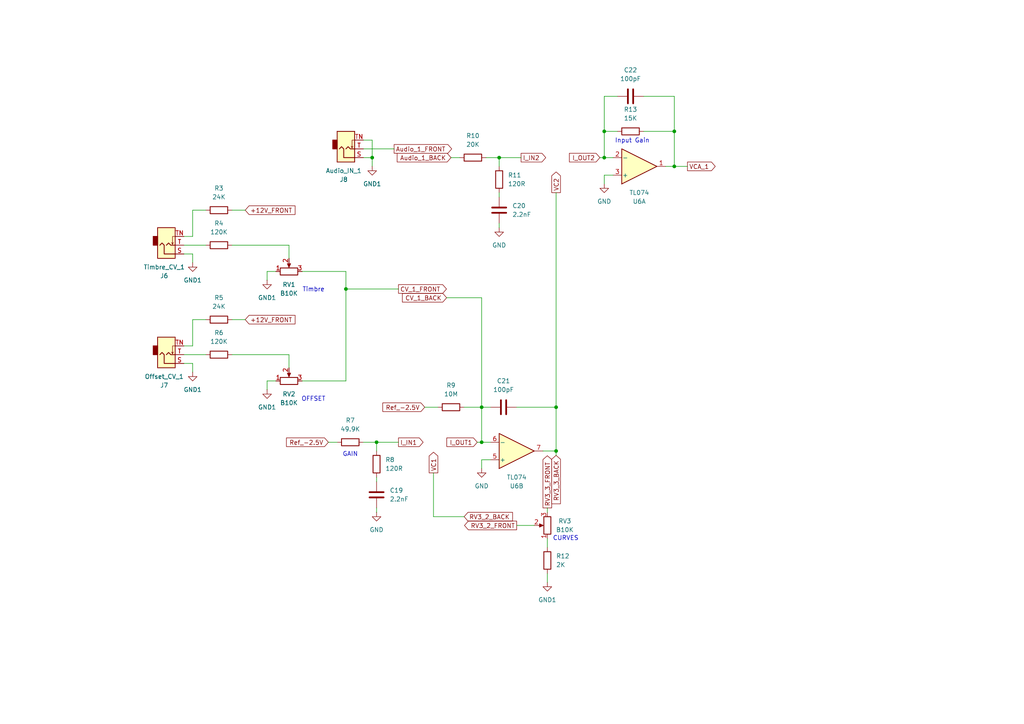
<source format=kicad_sch>
(kicad_sch (version 20231120) (generator "eeschema") (generator_version "8.0")
  (paper "A4")
  (title_block (title "Dual Timbre VCA Section") (date "2025-05-01") (rev "1.0") (company "StudioKAT"))
  (lib_symbols
    (symbol "Amplifier_Operational:TL074" (pin_names (offset 0.127))
      (property "Reference" "U" (at 0 5.08 0))
      (property "Value" "TL074" (at 0 -5.08 0))
      (symbol "TL074_1_1"
        (polyline (pts (xy -5.08 5.08) (xy 5.08 0) (xy -5.08 -5.08) (xy -5.08 5.08)) (stroke (width 0.254)) (fill (type background)))
        (pin output line (at 7.62 0 180) (length 2.54) (name "~") (number "1"))
        (pin input line (at -7.62 -2.54 0) (length 2.54) (name "-") (number "2"))
        (pin input line (at -7.62 2.54 0) (length 2.54) (name "+") (number "3"))
      )
      (symbol "TL074_2_1"
        (polyline (pts (xy -5.08 5.08) (xy 5.08 0) (xy -5.08 -5.08) (xy -5.08 5.08)) (stroke (width 0.254)) (fill (type background)))
        (pin input line (at -7.62 2.54 0) (length 2.54) (name "+") (number "5"))
        (pin input line (at -7.62 -2.54 0) (length 2.54) (name "-") (number "6"))
        (pin output line (at 7.62 0 180) (length 2.54) (name "~") (number "7"))
      )
      (symbol "TL074_3_1"
        (polyline (pts (xy -5.08 5.08) (xy 5.08 0) (xy -5.08 -5.08) (xy -5.08 5.08)) (stroke (width 0.254)) (fill (type background)))
        (pin input line (at -7.62 2.54 0) (length 2.54) (name "+") (number "10"))
        (pin output line (at 7.62 0 180) (length 2.54) (name "~") (number "8"))
        (pin input line (at -7.62 -2.54 0) (length 2.54) (name "-") (number "9"))
      )
      (symbol "TL074_4_1"
        (polyline (pts (xy -5.08 5.08) (xy 5.08 0) (xy -5.08 -5.08) (xy -5.08 5.08)) (stroke (width 0.254)) (fill (type background)))
        (pin input line (at -7.62 2.54 0) (length 2.54) (name "+") (number "12"))
        (pin input line (at -7.62 -2.54 0) (length 2.54) (name "-") (number "13"))
        (pin output line (at 7.62 0 180) (length 2.54) (name "~") (number "14"))
      )
      (symbol "TL074_5_1"
        (pin power_in line (at -2.54 -7.62 90) (length 3.81) (name "V-") (number "11"))
        (pin power_in line (at -2.54 7.62 270) (length 3.81) (name "V+") (number "4"))
      )
    )
    (symbol "Connector_Audio:AudioJack2_SwitchT"
      (property "Reference" "J" (at 0 8.89 0))
      (property "Value" "AudioJack2_SwitchT" (at 0 6.35 0))
      (symbol "AudioJack2_SwitchT_0_1"
        (rectangle (start -2.54 0) (end -3.81 -2.54) (stroke (width 0.254)) (fill (type outline)))
        (polyline (pts (xy 1.778 -0.254) (xy 2.032 -0.762)))
        (polyline (pts (xy 0 0) (xy 0.635 -0.635) (xy 1.27 0) (xy 2.54 0)) (stroke (width 0.254)))
        (polyline (pts (xy 2.54 -2.54) (xy 1.778 -2.54) (xy 1.778 -0.254) (xy 1.524 -0.762)))
        (polyline (pts (xy 2.54 2.54) (xy -0.635 2.54) (xy -0.635 0) (xy -1.27 -0.635) (xy -1.905 0)) (stroke (width 0.254)))
        (rectangle (start 2.54 3.81) (end -2.54 -5.08) (stroke (width 0.254)) (fill (type background)))
      )
      (symbol "AudioJack2_SwitchT_1_1"
        (pin passive line (at 5.08 2.54 180) (length 2.54) (name "~") (number "S"))
        (pin passive line (at 5.08 0 180) (length 2.54) (name "~") (number "T"))
        (pin passive line (at 5.08 -2.54 180) (length 2.54) (name "~") (number "TN"))
      )
    )
    (symbol "Device:C" (pin_numbers hide) (pin_names (offset 0.254))
      (property "Reference" "C" (at 0.635 2.54 0))
      (property "Value" "C" (at 0.635 -2.54 0))
      (symbol "C_0_1"
        (polyline (pts (xy -2.032 -0.762) (xy 2.032 -0.762)) (stroke (width 0.508)))
        (polyline (pts (xy -2.032 0.762) (xy 2.032 0.762)) (stroke (width 0.508)))
      )
      (symbol "C_1_1"
        (pin passive line (at 0 3.81 270) (length 2.794) (name "~") (number "1"))
        (pin passive line (at 0 -3.81 90) (length 2.794) (name "~") (number "2"))
      )
    )
    (symbol "Device:R" (pin_numbers hide) (pin_names (offset 0))
      (property "Reference" "R" (at 2.032 0 90))
      (property "Value" "R" (at 0 0 90))
      (symbol "R_0_1"
        (rectangle (start -1.016 -2.54) (end 1.016 2.54) (stroke (width 0.254)))
      )
      (symbol "R_1_1"
        (pin passive line (at 0 3.81 270) (length 1.27) (name "~") (number "1"))
        (pin passive line (at 0 -3.81 90) (length 1.27) (name "~") (number "2"))
      )
    )
    (symbol "Device:R_Potentiometer" (pin_names (offset 1.016) hide)
      (property "Reference" "RV" (at -4.445 0 90))
      (property "Value" "R_Potentiometer" (at -2.54 0 90))
      (symbol "R_Potentiometer_0_1"
        (polyline (pts (xy 2.54 0) (xy 1.524 0)))
        (polyline (pts (xy 1.143 0) (xy 2.286 0.508) (xy 2.286 -0.508) (xy 1.143 0)) (fill (type outline)))
        (rectangle (start 1.016 2.54) (end -1.016 -2.54) (stroke (width 0.254)))
      )
      (symbol "R_Potentiometer_1_1"
        (pin passive line (at 0 3.81 270) (length 1.27) (name "1") (number "1"))
        (pin passive line (at 3.81 0 180) (length 1.27) (name "2") (number "2"))
        (pin passive line (at 0 -3.81 90) (length 1.27) (name "3") (number "3"))
      )
    )
    (symbol "GND_1" (power) (pin_numbers hide) (pin_names (offset 0) hide)
      (property "Value" "GND" (at 0 -3.81 0))
      (symbol "GND_1_0_1"
        (polyline (pts (xy 0 0) (xy 0 -1.27) (xy 1.27 -1.27) (xy 0 -2.54) (xy -1.27 -1.27) (xy 0 -1.27)))
      )
      (symbol "GND_1_1_1"
        (pin power_in line (at 0 0 270) (length 0) (name "~") (number "1"))
      )
    )
    (symbol "power:GND" (power) (pin_numbers hide) (pin_names (offset 0) hide)
      (property "Value" "GND" (at 0 -3.81 0))
      (symbol "GND_0_1"
        (polyline (pts (xy 0 0) (xy 0 -1.27) (xy 1.27 -1.27) (xy 0 -2.54) (xy -1.27 -1.27) (xy 0 -1.27)))
      )
      (symbol "GND_1_1"
        (pin power_in line (at 0 0 270) (length 0) (name "~") (number "1"))
      )
    )
    (symbol "power:GND1" (power) (pin_numbers hide) (pin_names (offset 0) hide)
      (property "Value" "GND1" (at 0 -3.81 0))
      (symbol "GND1_0_1"
        (polyline (pts (xy 0 0) (xy 0 -1.27) (xy 1.27 -1.27) (xy 0 -2.54) (xy -1.27 -1.27) (xy 0 -1.27)))
      )
      (symbol "GND1_1_1"
        (pin power_in line (at 0 0 270) (length 0) (name "~") (number "1"))
      )
    )
  )
  (junction (at 100.33 83.82))
  (junction (at 144.78 45.72))
  (junction (at 139.7 118.11))
  (junction (at 195.58 38.1))
  (junction (at 139.7 128.27))
  (junction (at 161.29 130.81))
  (junction (at 161.29 118.11))
  (junction (at 175.26 45.72))
  (junction (at 107.95 45.72))
  (junction (at 175.26 38.1))
  (junction (at 109.22 128.27))
  (junction (at 195.58 48.26))
  (wire (pts (xy 161.29 55.88) (xy 161.29 118.11)))
  (wire (pts (xy 109.22 138.43) (xy 109.22 139.7)))
  (wire (pts (xy 77.47 78.74) (xy 77.47 81.28)))
  (wire (pts (xy 53.34 105.41) (xy 55.88 105.41)))
  (wire (pts (xy 186.69 38.1) (xy 195.58 38.1)))
  (wire (pts (xy 109.22 128.27) (xy 115.57 128.27)))
  (wire (pts (xy 129.54 86.36) (xy 139.7 86.36)))
  (wire (pts (xy 161.29 130.81) (xy 157.48 130.81)))
  (wire (pts (xy 55.88 100.33) (xy 53.34 100.33)))
  (wire (pts (xy 144.78 64.77) (xy 144.78 66.04)))
  (wire (pts (xy 175.26 38.1) (xy 175.26 45.72)))
  (wire (pts (xy 123.19 118.11) (xy 127 118.11)))
  (wire (pts (xy 140.97 45.72) (xy 144.78 45.72)))
  (wire (pts (xy 80.01 110.49) (xy 77.47 110.49)))
  (wire (pts (xy 55.88 73.66) (xy 55.88 76.2)))
  (wire (pts (xy 67.31 60.96) (xy 71.12 60.96)))
  (wire (pts (xy 138.43 128.27) (xy 139.7 128.27)))
  (wire (pts (xy 158.75 166.37) (xy 158.75 168.91)))
  (wire (pts (xy 109.22 128.27) (xy 109.22 130.81)))
  (wire (pts (xy 125.73 149.86) (xy 134.62 149.86)))
  (wire (pts (xy 149.86 152.4) (xy 154.94 152.4)))
  (wire (pts (xy 144.78 45.72) (xy 144.78 48.26)))
  (wire (pts (xy 161.29 118.11) (xy 161.29 130.81)))
  (wire (pts (xy 139.7 133.35) (xy 139.7 135.89)))
  (wire (pts (xy 107.95 45.72) (xy 107.95 48.26)))
  (wire (pts (xy 142.24 133.35) (xy 139.7 133.35)))
  (wire (pts (xy 139.7 86.36) (xy 139.7 118.11)))
  (wire (pts (xy 77.47 110.49) (xy 77.47 113.03)))
  (wire (pts (xy 105.41 128.27) (xy 109.22 128.27)))
  (wire (pts (xy 83.82 102.87) (xy 83.82 106.68)))
  (wire (pts (xy 144.78 55.88) (xy 144.78 57.15)))
  (wire (pts (xy 100.33 83.82) (xy 100.33 110.49)))
  (wire (pts (xy 55.88 68.58) (xy 53.34 68.58)))
  (wire (pts (xy 161.29 132.08) (xy 161.29 130.81)))
  (wire (pts (xy 125.73 137.16) (xy 125.73 149.86)))
  (wire (pts (xy 95.25 128.27) (xy 97.79 128.27)))
  (wire (pts (xy 175.26 50.8) (xy 175.26 53.34)))
  (wire (pts (xy 59.69 60.96) (xy 55.88 60.96)))
  (wire (pts (xy 67.31 102.87) (xy 83.82 102.87)))
  (wire (pts (xy 55.88 60.96) (xy 55.88 68.58)))
  (wire (pts (xy 175.26 38.1) (xy 179.07 38.1)))
  (wire (pts (xy 100.33 78.74) (xy 100.33 83.82)))
  (wire (pts (xy 105.41 40.64) (xy 107.95 40.64)))
  (wire (pts (xy 67.31 92.71) (xy 71.12 92.71)))
  (wire (pts (xy 158.75 147.32) (xy 158.75 148.59)))
  (wire (pts (xy 59.69 92.71) (xy 55.88 92.71)))
  (wire (pts (xy 105.41 43.18) (xy 114.3 43.18)))
  (wire (pts (xy 175.26 27.94) (xy 175.26 38.1)))
  (wire (pts (xy 158.75 156.21) (xy 158.75 158.75)))
  (wire (pts (xy 109.22 147.32) (xy 109.22 148.59)))
  (wire (pts (xy 142.24 118.11) (xy 139.7 118.11)))
  (wire (pts (xy 179.07 27.94) (xy 175.26 27.94)))
  (wire (pts (xy 144.78 45.72) (xy 151.13 45.72)))
  (wire (pts (xy 139.7 118.11) (xy 139.7 128.27)))
  (wire (pts (xy 87.63 110.49) (xy 100.33 110.49)))
  (wire (pts (xy 134.62 118.11) (xy 139.7 118.11)))
  (wire (pts (xy 55.88 92.71) (xy 55.88 100.33)))
  (wire (pts (xy 105.41 45.72) (xy 107.95 45.72)))
  (wire (pts (xy 55.88 105.41) (xy 55.88 107.95)))
  (wire (pts (xy 53.34 73.66) (xy 55.88 73.66)))
  (wire (pts (xy 83.82 71.12) (xy 83.82 74.93)))
  (wire (pts (xy 53.34 102.87) (xy 59.69 102.87)))
  (wire (pts (xy 175.26 45.72) (xy 177.8 45.72)))
  (wire (pts (xy 100.33 83.82) (xy 115.57 83.82)))
  (wire (pts (xy 149.86 118.11) (xy 161.29 118.11)))
  (wire (pts (xy 195.58 38.1) (xy 195.58 48.26)))
  (wire (pts (xy 80.01 78.74) (xy 77.47 78.74)))
  (wire (pts (xy 53.34 71.12) (xy 59.69 71.12)))
  (wire (pts (xy 107.95 40.64) (xy 107.95 45.72)))
  (wire (pts (xy 173.99 45.72) (xy 175.26 45.72)))
  (wire (pts (xy 195.58 48.26) (xy 193.04 48.26)))
  (wire (pts (xy 195.58 27.94) (xy 195.58 38.1)))
  (wire (pts (xy 139.7 128.27) (xy 142.24 128.27)))
  (wire (pts (xy 67.31 71.12) (xy 83.82 71.12)))
  (wire (pts (xy 195.58 48.26) (xy 199.39 48.26)))
  (wire (pts (xy 177.8 50.8) (xy 175.26 50.8)))
  (wire (pts (xy 87.63 78.74) (xy 100.33 78.74)))
  (wire (pts (xy 130.81 45.72) (xy 133.35 45.72)))
  (wire (pts (xy 186.69 27.94) (xy 195.58 27.94)))
  (text "Timbre" (at 90.932 84.074 0) (effects (font (size 1.27 1.27))))
  (text "GAIN" (at 101.6 131.826 0) (effects (font (size 1.27 1.27))))
  (text "Input Gain" (at 183.388 40.894 0) (effects (font (size 1.27 1.27))))
  (text "CURVES" (at 164.084 156.21 0) (effects (font (size 1.27 1.27))))
  (text "OFFSET" (at 90.932 115.824 0) (effects (font (size 1.27 1.27))))
  (global_label "Ref_-2.5V" (shape input) (at 123.19 118.11 180) (property "Intersheetrefs" "${INTERSHEET_REFS}" (effects (hide yes))))
  (global_label "+12V_FRONT" (shape input) (at 71.12 60.96 0) (property "Intersheetrefs" "${INTERSHEET_REFS}" (effects (hide yes))))
  (global_label "VC1" (shape output) (at 125.73 137.16 90) (property "Intersheetrefs" "${INTERSHEET_REFS}" (effects (hide yes))))
  (global_label "+12V_FRONT" (shape input) (at 71.12 92.71 0) (property "Intersheetrefs" "${INTERSHEET_REFS}" (effects (hide yes))))
  (global_label "CV_1_FRONT" (shape output) (at 115.57 83.82 0) (property "Intersheetrefs" "${INTERSHEET_REFS}" (effects (hide yes))))
  (global_label "RV3_3_FRONT" (shape output) (at 158.75 147.32 90) (property "Intersheetrefs" "${INTERSHEET_REFS}" (effects (hide yes))))
  (global_label "I_OUT2" (shape input) (at 173.99 45.72 180) (property "Intersheetrefs" "${INTERSHEET_REFS}" (effects (hide yes))))
  (global_label "Audio_1_FRONT" (shape output) (at 114.3 43.18 0) (property "Intersheetrefs" "${INTERSHEET_REFS}" (effects (hide yes))))
  (global_label "Audio_1_BACK" (shape input) (at 130.81 45.72 180) (property "Intersheetrefs" "${INTERSHEET_REFS}" (effects (hide yes))))
  (global_label "CV_1_BACK" (shape input) (at 129.54 86.36 180) (property "Intersheetrefs" "${INTERSHEET_REFS}" (effects (hide yes))))
  (global_label "I_IN2" (shape output) (at 151.13 45.72 0) (property "Intersheetrefs" "${INTERSHEET_REFS}" (effects (hide yes))))
  (global_label "I_OUT1" (shape input) (at 138.43 128.27 180) (property "Intersheetrefs" "${INTERSHEET_REFS}" (effects (hide yes))))
  (global_label "RV3_3_BACK" (shape input) (at 161.29 132.08 270) (property "Intersheetrefs" "${INTERSHEET_REFS}" (effects (hide yes))))
  (global_label "VC2" (shape output) (at 161.29 55.88 90) (property "Intersheetrefs" "${INTERSHEET_REFS}" (effects (hide yes))))
  (global_label "I_IN1" (shape output) (at 115.57 128.27 0) (property "Intersheetrefs" "${INTERSHEET_REFS}" (effects (hide yes))))
  (global_label "VCA_1" (shape output) (at 199.39 48.26 0) (property "Intersheetrefs" "${INTERSHEET_REFS}" (effects (hide yes))))
  (global_label "Ref_-2.5V" (shape input) (at 95.25 128.27 180) (property "Intersheetrefs" "${INTERSHEET_REFS}" (effects (hide yes))))
  (global_label "RV3_2_BACK" (shape input) (at 134.62 149.86 0) (property "Intersheetrefs" "${INTERSHEET_REFS}" (effects (hide yes))))
  (global_label "RV3_2_FRONT" (shape output) (at 149.86 152.4 180) (property "Intersheetrefs" "${INTERSHEET_REFS}" (effects (hide yes))))
  (symbol (lib_name "GND_1") (lib_id "power:GND") (at 175.26 53.34 0) (unit 1)
    (property "Reference" "#PWR031" (effects (hide yes)))
    (property "Value" "GND" (at 175.26 58.42 0))
    (property "Description" "Power symbol creates a global label with name \"GND\" , ground" (effects (hide yes)))
  )
  (symbol (lib_id "Device:R_Potentiometer") (at 158.75 152.4 180) (unit 1)
    (property "Reference" "RV3" (at 163.83 151.13 0))
    (property "Value" "B10K" (at 163.83 153.67 0))
    (property "Footprint" "kat_eurorack:Potentiometer_RV09" (effects (hide yes)))
    (property "Description" "Potentiometer" (effects (hide yes)))
  )
  (symbol (lib_id "power:GND1") (at 77.47 81.28 0) (unit 1)
    (property "Reference" "#PWR024" (effects (hide yes)))
    (property "Value" "GND1" (at 77.47 86.36 0))
    (property "Description" "Power symbol creates a global label with name \"GND1\" , ground" (effects (hide yes)))
  )
  (symbol (lib_id "power:GND") (at 144.78 66.04 0) (mirror y) (unit 1)
    (property "Reference" "#PWR029" (effects (hide yes)))
    (property "Value" "GND" (at 144.78 71.12 0))
    (property "Description" "Power symbol creates a global label with name \"GND\" , ground" (effects (hide yes)))
  )
  (symbol (lib_id "power:GND1") (at 55.88 76.2 0) (unit 1)
    (property "Reference" "#PWR022" (effects (hide yes)))
    (property "Value" "GND1" (at 55.88 81.28 0))
    (property "Description" "Power symbol creates a global label with name \"GND1\" , ground" (effects (hide yes)))
  )
  (symbol (lib_id "Device:R") (at 109.22 134.62 0) (unit 1)
    (property "Reference" "R8" (at 111.76 133.3499 0) (effects (justify left)))
    (property "Value" "120R" (at 111.76 135.8899 0) (effects (justify left)))
    (property "Footprint" "Resistor_SMD:R_0402_1005Metric" (effects (hide yes)))
    (property "Description" "Resistor" (effects (hide yes)))
    (property "LCSC" "C25079" (effects (hide yes)))
  )
  (symbol (lib_id "Device:R") (at 63.5 92.71 90) (unit 1)
    (property "Reference" "R5" (at 63.5 86.36 90))
    (property "Value" "24K" (at 63.5 88.9 90))
    (property "Footprint" "Resistor_SMD:R_0603_1608Metric_Pad0.98x0.95mm_HandSolder" (effects (hide yes)))
    (property "Description" "Resistor" (effects (hide yes)))
    (property "LCSC" "C23352" (effects (hide yes)))
  )
  (symbol (lib_id "Device:R") (at 130.81 118.11 90) (unit 1)
    (property "Reference" "R9" (at 130.81 111.76 90))
    (property "Value" "10M" (at 130.81 114.3 90))
    (property "Footprint" "Resistor_SMD:R_0402_1005Metric" (effects (hide yes)))
    (property "Description" "Resistor" (effects (hide yes)))
    (property "LCSC" "C26082" (effects (hide yes)))
  )
  (symbol (lib_id "Connector_Audio:AudioJack2_SwitchT") (at 48.26 71.12 0) (mirror x) (unit 1)
    (property "Reference" "J6" (at 47.625 80.01 0))
    (property "Value" "Timbre_CV_1" (at 47.625 77.47 0))
    (property "Footprint" "kat_eurorack:AudioJack_PJ301M-12" (effects (hide yes)))
    (property "Description" "Audio Jack, 2 Poles (Mono / TS), Switched T Pole (Normalling)" (effects (hide yes)))
  )
  (symbol (lib_id "Device:R") (at 137.16 45.72 90) (unit 1)
    (property "Reference" "R10" (at 137.16 39.37 90))
    (property "Value" "20K" (at 137.16 41.91 90))
    (property "Footprint" "Resistor_SMD:R_0402_1005Metric" (effects (hide yes)))
    (property "Description" "Resistor" (effects (hide yes)))
    (property "LCSC" "C25765" (effects (hide yes)))
  )
  (symbol (lib_id "Device:R") (at 63.5 60.96 90) (unit 1)
    (property "Reference" "R3" (at 63.5 54.61 90))
    (property "Value" "24K" (at 63.5 57.15 90))
    (property "Footprint" "Resistor_SMD:R_0603_1608Metric_Pad0.98x0.95mm_HandSolder" (effects (hide yes)))
    (property "Description" "Resistor" (effects (hide yes)))
    (property "LCSC" "C23352" (effects (hide yes)))
  )
  (symbol (lib_id "Device:C") (at 144.78 60.96 0) (unit 1)
    (property "Reference" "C20" (at 148.59 59.6899 0) (effects (justify left)))
    (property "Value" "2.2nF" (at 148.59 62.2299 0) (effects (justify left)))
    (property "Footprint" "Resistor_SMD:R_0805_2012Metric" (effects (hide yes)))
    (property "Description" "Unpolarized capacitor" (effects (hide yes)))
    (property "LCSC" "C28260" (effects (hide yes)))
  )
  (symbol (lib_id "Device:R") (at 63.5 102.87 90) (unit 1)
    (property "Reference" "R6" (at 63.5 96.52 90))
    (property "Value" "120K" (at 63.5 99.06 90))
    (property "Footprint" "Resistor_SMD:R_0603_1608Metric_Pad0.98x0.95mm_HandSolder" (effects (hide yes)))
    (property "Description" "Resistor" (effects (hide yes)))
    (property "LCSC" "C25808" (effects (hide yes)))
  )
  (symbol (lib_id "Device:R") (at 144.78 52.07 0) (unit 1)
    (property "Reference" "R11" (at 147.32 50.7999 0) (effects (justify left)))
    (property "Value" "120R" (at 147.32 53.3399 0) (effects (justify left)))
    (property "Footprint" "Resistor_SMD:R_0402_1005Metric" (effects (hide yes)))
    (property "Description" "Resistor" (effects (hide yes)))
    (property "LCSC" "C25079" (effects (hide yes)))
  )
  (symbol (lib_id "Connector_Audio:AudioJack2_SwitchT") (at 100.33 43.18 0) (mirror x) (unit 1)
    (property "Reference" "J8" (at 99.695 52.07 0))
    (property "Value" "Audio_IN_1" (at 99.695 49.53 0))
    (property "Footprint" "kat_eurorack:AudioJack_PJ301M-12" (effects (hide yes)))
    (property "Description" "Audio Jack, 2 Poles (Mono / TS), Switched T Pole (Normalling)" (effects (hide yes)))
  )
  (symbol (lib_id "Connector_Audio:AudioJack2_SwitchT") (at 48.26 102.87 0) (mirror x) (unit 1)
    (property "Reference" "J7" (at 47.625 111.76 0))
    (property "Value" "Offset_CV_1" (at 47.625 109.22 0))
    (property "Footprint" "kat_eurorack:AudioJack_PJ301M-12" (effects (hide yes)))
    (property "Description" "Audio Jack, 2 Poles (Mono / TS), Switched T Pole (Normalling)" (effects (hide yes)))
  )
  (symbol (lib_id "power:GND") (at 109.22 148.59 0) (mirror y) (unit 1)
    (property "Reference" "#PWR027" (effects (hide yes)))
    (property "Value" "GND" (at 109.22 153.67 0))
    (property "Description" "Power symbol creates a global label with name \"GND\" , ground" (effects (hide yes)))
  )
  (symbol (lib_id "Device:C") (at 146.05 118.11 90) (unit 1)
    (property "Reference" "C21" (at 146.05 110.49 90))
    (property "Value" "100pF" (at 146.05 113.03 90))
    (property "Footprint" "Capacitor_SMD:C_0402_1005Metric" (effects (hide yes)))
    (property "Description" "Unpolarized capacitor" (effects (hide yes)))
    (property "LCSC" "C1546" (effects (hide yes)))
  )
  (symbol (lib_id "Device:R_Potentiometer") (at 83.82 78.74 90) (unit 1)
    (property "Reference" "RV1" (at 83.82 82.55 90))
    (property "Value" "B10K" (at 83.82 85.09 90))
    (property "Footprint" "kat_eurorack:Potentiometer_RV09" (effects (hide yes)))
    (property "Description" "Potentiometer" (effects (hide yes)))
  )
  (symbol (lib_id "Device:C") (at 182.88 27.94 90) (unit 1)
    (property "Reference" "C22" (at 182.88 20.32 90))
    (property "Value" "100pF" (at 182.88 22.86 90))
    (property "Footprint" "Capacitor_SMD:C_0402_1005Metric" (effects (hide yes)))
    (property "Description" "Unpolarized capacitor" (effects (hide yes)))
    (property "LCSC" "C1546" (effects (hide yes)))
  )
  (symbol (lib_name "GND_1") (lib_id "power:GND") (at 139.7 135.89 0) (unit 1)
    (property "Reference" "#PWR028" (effects (hide yes)))
    (property "Value" "GND" (at 139.7 140.97 0))
    (property "Description" "Power symbol creates a global label with name \"GND\" , ground" (effects (hide yes)))
  )
  (symbol (lib_id "power:GND1") (at 55.88 107.95 0) (unit 1)
    (property "Reference" "#PWR023" (effects (hide yes)))
    (property "Value" "GND1" (at 55.88 113.03 0))
    (property "Description" "Power symbol creates a global label with name \"GND1\" , ground" (effects (hide yes)))
  )
  (symbol (lib_id "Device:R") (at 182.88 38.1 90) (unit 1)
    (property "Reference" "R13" (at 182.88 31.75 90))
    (property "Value" "15K" (at 182.88 34.29 90))
    (property "Footprint" "Resistor_SMD:R_0603_1608Metric_Pad0.98x0.95mm_HandSolder" (effects (hide yes)))
    (property "Description" "Resistor" (effects (hide yes)))
    (property "LCSC" "C22809" (effects (hide yes)))
  )
  (symbol (lib_id "Amplifier_Operational:TL074") (at 185.42 48.26 0) (mirror x) (unit 1)
    (property "Reference" "U6" (at 185.42 58.42 0))
    (property "Value" "TL074" (at 185.42 55.88 0))
    (property "Footprint" "Package_SO:SOIC-14_3.9x8.7mm_P1.27mm" (effects (hide yes)))
    (property "Datasheet" "http://www.ti.com/lit/ds/symlink/tl071.pdf" (effects (hide yes)))
    (property "Description" "Quad Low-Noise JFET-Input Operational Amplifiers, DIP-14/SOIC-14" (effects (hide yes)))
    (property "LCSC" "C6963" (effects (hide yes)))
  )
  (symbol (lib_id "Device:R") (at 63.5 71.12 90) (unit 1)
    (property "Reference" "R4" (at 63.5 64.77 90))
    (property "Value" "120K" (at 63.5 67.31 90))
    (property "Footprint" "Resistor_SMD:R_0603_1608Metric_Pad0.98x0.95mm_HandSolder" (effects (hide yes)))
    (property "Description" "Resistor" (effects (hide yes)))
    (property "LCSC" "C25808" (effects (hide yes)))
  )
  (symbol (lib_id "power:GND1") (at 158.75 168.91 0) (unit 1)
    (property "Reference" "#PWR030" (effects (hide yes)))
    (property "Value" "GND1" (at 158.75 173.99 0))
    (property "Description" "Power symbol creates a global label with name \"GND1\" , ground" (effects (hide yes)))
  )
  (symbol (lib_id "power:GND1") (at 107.95 48.26 0) (unit 1)
    (property "Reference" "#PWR026" (effects (hide yes)))
    (property "Value" "GND1" (at 107.95 53.34 0))
    (property "Description" "Power symbol creates a global label with name \"GND1\" , ground" (effects (hide yes)))
  )
  (symbol (lib_id "Device:R") (at 101.6 128.27 90) (unit 1)
    (property "Reference" "R7" (at 101.6 121.92 90))
    (property "Value" "49.9K" (at 101.6 124.46 90))
    (property "Footprint" "Resistor_SMD:R_0603_1608Metric_Pad0.98x0.95mm_HandSolder" (effects (hide yes)))
    (property "Description" "Resistor" (effects (hide yes)))
    (property "LCSC" "C23184" (effects (hide yes)))
  )
  (symbol (lib_id "power:GND1") (at 77.47 113.03 0) (unit 1)
    (property "Reference" "#PWR025" (effects (hide yes)))
    (property "Value" "GND1" (at 77.47 118.11 0))
    (property "Description" "Power symbol creates a global label with name \"GND1\" , ground" (effects (hide yes)))
  )
  (symbol (lib_id "Device:C") (at 109.22 143.51 0) (unit 1)
    (property "Reference" "C19" (at 113.03 142.2399 0) (effects (justify left)))
    (property "Value" "2.2nF" (at 113.03 144.7799 0) (effects (justify left)))
    (property "Footprint" "Resistor_SMD:R_0805_2012Metric" (effects (hide yes)))
    (property "Description" "Unpolarized capacitor" (effects (hide yes)))
    (property "LCSC" "C28260" (effects (hide yes)))
  )
  (symbol (lib_id "Device:R_Potentiometer") (at 83.82 110.49 90) (unit 1)
    (property "Reference" "RV2" (at 83.82 114.3 90))
    (property "Value" "B10K" (at 83.82 116.84 90))
    (property "Footprint" "kat_eurorack:Potentiometer_RV09" (effects (hide yes)))
    (property "Description" "Potentiometer" (effects (hide yes)))
  )
  (symbol (lib_id "Device:R") (at 158.75 162.56 0) (unit 1)
    (property "Reference" "R12" (at 161.29 161.2899 0) (effects (justify left)))
    (property "Value" "2K" (at 161.29 163.8299 0) (effects (justify left)))
    (property "Footprint" "Resistor_SMD:R_0603_1608Metric_Pad0.98x0.95mm_HandSolder" (effects (hide yes)))
    (property "Description" "Resistor" (effects (hide yes)))
    (property "LCSC" "C22975" (effects (hide yes)))
  )
  (symbol (lib_id "Amplifier_Operational:TL074") (at 149.86 130.81 0) (mirror x) (unit 2)
    (property "Reference" "U6" (at 149.86 140.97 0))
    (property "Value" "TL074" (at 149.86 138.43 0))
    (property "Footprint" "Package_SO:SOIC-14_3.9x8.7mm_P1.27mm" (effects (hide yes)))
    (property "Datasheet" "http://www.ti.com/lit/ds/symlink/tl071.pdf" (effects (hide yes)))
    (property "Description" "Quad Low-Noise JFET-Input Operational Amplifiers, DIP-14/SOIC-14" (effects (hide yes)))
    (property "LCSC" "C6963" (effects (hide yes)))
  )
)
</source>
